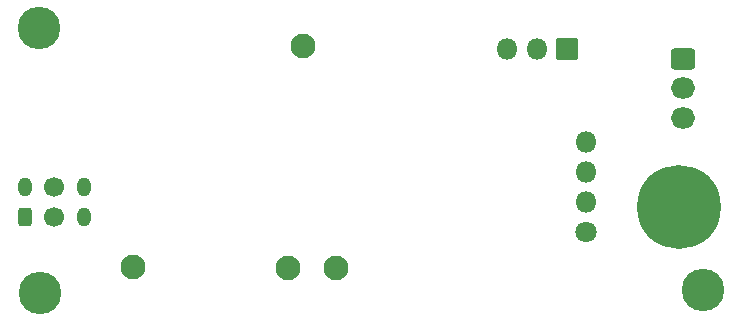
<source format=gbr>
%TF.GenerationSoftware,KiCad,Pcbnew,(6.0.7-1)-1*%
%TF.CreationDate,2023-09-21T22:33:58-04:00*%
%TF.ProjectId,EMHarpsichord_Stage1,454d4861-7270-4736-9963-686f72645f53,rev?*%
%TF.SameCoordinates,Original*%
%TF.FileFunction,Soldermask,Bot*%
%TF.FilePolarity,Negative*%
%FSLAX46Y46*%
G04 Gerber Fmt 4.6, Leading zero omitted, Abs format (unit mm)*
G04 Created by KiCad (PCBNEW (6.0.7-1)-1) date 2023-09-21 22:33:58*
%MOMM*%
%LPD*%
G01*
G04 APERTURE LIST*
G04 Aperture macros list*
%AMRoundRect*
0 Rectangle with rounded corners*
0 $1 Rounding radius*
0 $2 $3 $4 $5 $6 $7 $8 $9 X,Y pos of 4 corners*
0 Add a 4 corners polygon primitive as box body*
4,1,4,$2,$3,$4,$5,$6,$7,$8,$9,$2,$3,0*
0 Add four circle primitives for the rounded corners*
1,1,$1+$1,$2,$3*
1,1,$1+$1,$4,$5*
1,1,$1+$1,$6,$7*
1,1,$1+$1,$8,$9*
0 Add four rect primitives between the rounded corners*
20,1,$1+$1,$2,$3,$4,$5,0*
20,1,$1+$1,$4,$5,$6,$7,0*
20,1,$1+$1,$6,$7,$8,$9,0*
20,1,$1+$1,$8,$9,$2,$3,0*%
G04 Aperture macros list end*
%ADD10C,2.100000*%
%ADD11C,1.800000*%
%ADD12O,1.800000X1.800000*%
%ADD13C,3.600000*%
%ADD14RoundRect,0.050000X-0.850000X0.850000X-0.850000X-0.850000X0.850000X-0.850000X0.850000X0.850000X0*%
%ADD15RoundRect,0.300000X-0.725000X0.600000X-0.725000X-0.600000X0.725000X-0.600000X0.725000X0.600000X0*%
%ADD16O,2.050000X1.800000*%
%ADD17C,7.100000*%
%ADD18C,1.700000*%
%ADD19RoundRect,0.299700X-0.300300X-0.500300X0.300300X-0.500300X0.300300X0.500300X-0.300300X0.500300X0*%
%ADD20O,1.200000X1.600000*%
G04 APERTURE END LIST*
D10*
%TO.C,TP4*%
X152781000Y-116205000D03*
%TD*%
D11*
%TO.C,J2*%
X173957000Y-113091000D03*
D12*
X173957000Y-110551000D03*
X173957000Y-108011000D03*
X173957000Y-105471000D03*
%TD*%
D10*
%TO.C,TP1*%
X135636000Y-116078000D03*
%TD*%
D13*
%TO.C,*%
X127762000Y-118300500D03*
%TD*%
D14*
%TO.C,J1*%
X172324000Y-97663000D03*
D12*
X169784000Y-97663000D03*
X167244000Y-97663000D03*
%TD*%
D10*
%TO.C,TP3*%
X148717000Y-116205000D03*
%TD*%
D13*
%TO.C,*%
X127635000Y-95885000D03*
%TD*%
D15*
%TO.C,J3*%
X182135000Y-98465000D03*
D16*
X182135000Y-100965000D03*
X182135000Y-103465000D03*
%TD*%
D17*
%TO.C,TP6*%
X181864000Y-110998000D03*
%TD*%
D13*
%TO.C,*%
X183896000Y-118046500D03*
%TD*%
D10*
%TO.C,TP2*%
X149987000Y-97409000D03*
%TD*%
D18*
%TO.C,U1*%
X128932000Y-111841000D03*
X128932000Y-109341000D03*
D19*
X126432000Y-111841000D03*
D20*
X126432000Y-109341000D03*
X131432000Y-109341000D03*
X131432000Y-111841000D03*
%TD*%
M02*

</source>
